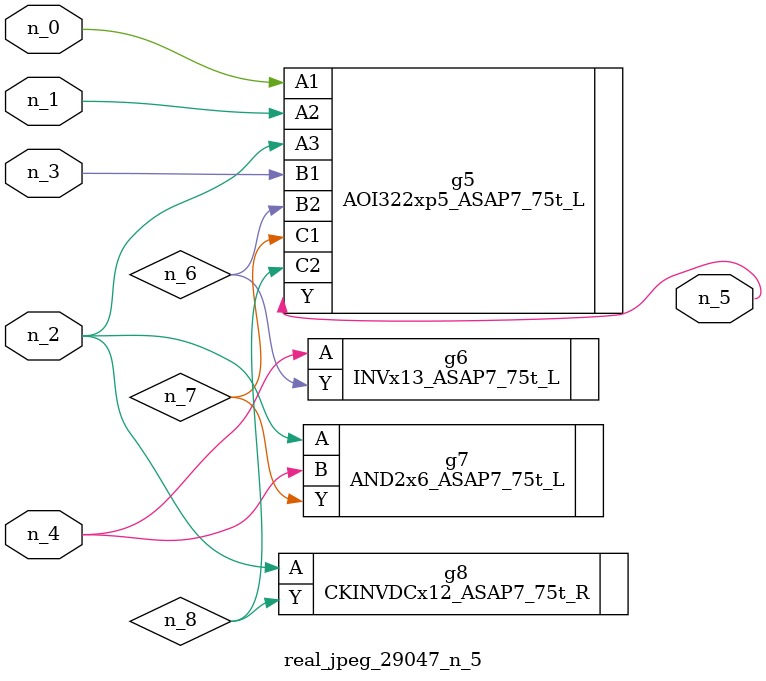
<source format=v>
module real_jpeg_29047_n_5 (n_4, n_0, n_1, n_2, n_3, n_5);

input n_4;
input n_0;
input n_1;
input n_2;
input n_3;

output n_5;

wire n_8;
wire n_6;
wire n_7;

AOI322xp5_ASAP7_75t_L g5 ( 
.A1(n_0),
.A2(n_1),
.A3(n_2),
.B1(n_3),
.B2(n_6),
.C1(n_7),
.C2(n_8),
.Y(n_5)
);

AND2x6_ASAP7_75t_L g7 ( 
.A(n_2),
.B(n_4),
.Y(n_7)
);

CKINVDCx12_ASAP7_75t_R g8 ( 
.A(n_2),
.Y(n_8)
);

INVx13_ASAP7_75t_L g6 ( 
.A(n_4),
.Y(n_6)
);


endmodule
</source>
